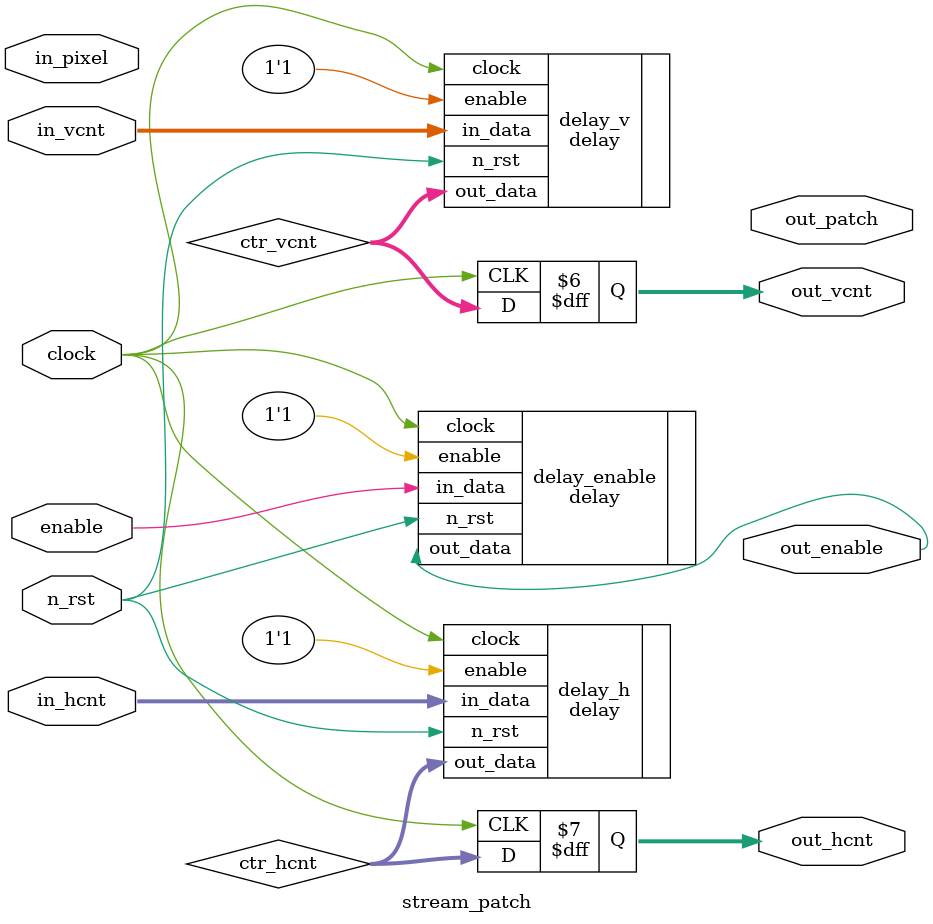
<source format=v>
`default_nettype none
`timescale 1ns/1ns

module stream_patch
#( parameter integer BIT_WIDTH    = -1, // image bit width
    parameter integer IMAGE_HEIGHT = -1, // | image size
    parameter integer IMAGE_WIDTH  = -1, // |
    parameter integer FRAME_HEIGHT = -1, //   | frame size (including sync)
    parameter integer FRAME_WIDTH  = -1, //   |
    parameter integer PATCH_HEIGHT = -1, // | patch size
    parameter integer PATCH_WIDTH  = -1, // |
    parameter integer CENTER_V     = PATCH_HEIGHT / 2, // | center position
    parameter integer CENTER_H     = PATCH_WIDTH  / 2, // |
    parameter integer PADDING      = 1,
    parameter integer LEVEL        = -1 ) // to apply padding or not
( clock,     n_rst,    enable,
    in_pixel,  in_vcnt,  in_hcnt,
out_patch, out_vcnt, out_hcnt, out_enable );

// local parameters --------------------------------------------------------
localparam integer V_BITW     = log2(480);
localparam integer H_BITW     = log2(640);
localparam integer PATCH_BITW = BIT_WIDTH * PATCH_WIDTH * PATCH_HEIGHT;

// inputs ------------------------------------------------------------------
input wire                  clock, n_rst, enable;
input wire [BIT_WIDTH-1:0]  in_pixel;
input wire [V_BITW-1:0]     in_vcnt;
input wire [H_BITW-1:0]     in_hcnt;

// outputs -----------------------------------------------------------------
output reg [0:PATCH_BITW-1] out_patch;
// example where the patch size is (3, 3) and the bit width is 8:
//
//   \ h  0 1 2 
//   v\  _______    ________a________ ____b____ ____c____ ____d____
//   0  | a b c |  |_7_6_5_4_3_2_1_0_|_7_..._0_|_7_..._0_|_7_..._0_|...
//   1  | d e f |    0 1    ...    7   8 ... 15 16 ... 23 24 ... 31 ...
//   2  |_g_h_i_|
//
// i.e. out_patch = {a[7:0], b[7:0], c[7:0], d[7:0], ..., i[7:0]}
output reg [V_BITW-1:0]     out_vcnt;
output reg [H_BITW-1:0]     out_hcnt;
output wire                 out_enable;
// if the center position is (2, 1) in the example above,
// these output coordinates correspond to the pixel <h>

// integer / genvar --------------------------------------------------------
genvar      v, h;

// patch extraction --------------------------------------------------------
reg [BIT_WIDTH-1:0]     patch[0:PATCH_HEIGHT-1][0:PATCH_WIDTH-1];
generate
//enable Buff
reg reg_enable;
always @(posedge clock) begin
    reg_enable <= enable;
end
// <delay> modules (FIFO)
for(v = 1; v < PATCH_HEIGHT; v = v + 1) begin: stp_delay_v
    wire [BIT_WIDTH-1:0] delay_out;
    delay
    #( .BIT_WIDTH(BIT_WIDTH), .LATENCY((FRAME_WIDTH/(1<<LEVEL)) - PATCH_WIDTH))
    dly_0
    (  .clock(clock),      .n_rst(n_rst),   .enable(enable),
    .in_data(patch[v][0]), .out_data(delay_out) );
end
// patch (shift registers)
for(v = 0; v < PATCH_HEIGHT; v = v + 1) begin: stp_patch_v
    for(h = 0; h < PATCH_WIDTH - 1; h = h + 1) begin: stp_patch_h
        always @(posedge clock) begin
            if(enable)begin
                patch[v][h] <= patch[v][h+1];
            end else begin
                patch[v][h] <= patch[v][h];
            end
        end
    end
    if(v == PATCH_HEIGHT - 1) begin
        always @(posedge clock) begin
            if(enable)begin
                patch[v][PATCH_WIDTH-1] <= in_pixel;
            end else begin
                patch[v][PATCH_WIDTH-1] <= patch[v][PATCH_WIDTH-1];
            end
        end
    end
    else begin
        always @(posedge clock)begin
            if(enable)begin
                patch[v][PATCH_WIDTH-1] <= stp_delay_v[v+1].delay_out;
            end else begin
                patch[v][PATCH_WIDTH-1] <= patch[v][PATCH_WIDTH-1];
            end
        end
    end
end     
endgenerate

// coordinates adjustment based on the given center position ---------------
wire [V_BITW-1:0]     ctr_vcnt;
wire [H_BITW-1:0]     ctr_hcnt;
//wire [V_BITW-1:0]     tmp_vcnt;
//wire [H_BITW-1:0]     tmp_hcnt;
//reg  [V_BITW-1:0]     tmp_vcnt_reg;
//reg  [H_BITW-1:0]     tmp_hcnt_reg;
//coord_adjuster
//#( .HEIGHT(FRAME_HEIGHT), .WIDTH(FRAME_WIDTH),
//   .LATENCY(( (PATCH_HEIGHT - 1 - CENTER_V) * FRAME_WIDTH + (PATCH_WIDTH - 1 - CENTER_H) + 1 ) * (1 << LEVEL)-1)
//)
//ca_0
//(  .clock(clock), .in_vcnt(in_vcnt), .in_hcnt(in_hcnt),
//   .out_vcnt(tmp_vcnt), .out_hcnt(tmp_hcnt)
//);
//assign ctr_hcnt = tmp_hcnt_reg;
//assign ctr_vcnt = tmp_vcnt_reg;
//always @(posedge clock)begin
//    tmp_hcnt_reg <= tmp_hcnt;
//    tmp_vcnt_reg <= tmp_vcnt;
//end
delay
#(
    .BIT_WIDTH(V_BITW),
    .LATENCY(( (PATCH_HEIGHT - 1 - CENTER_V) * FRAME_WIDTH + (PATCH_WIDTH - 1 - CENTER_H) + 1 ) * (1 << LEVEL))
)
delay_v
(
    .clock(clock), .n_rst(n_rst),
    .enable(1'b1), .in_data(in_vcnt), .out_data(ctr_vcnt)
);
delay
#(
    .BIT_WIDTH(H_BITW),
    .LATENCY(( (PATCH_HEIGHT - 1 - CENTER_V) * FRAME_WIDTH + (PATCH_WIDTH - 1 - CENTER_H) + 1 ) * (1 << LEVEL))
)
delay_h
(
    .clock(clock), .n_rst(n_rst),
    .enable(1'b1), .in_data(in_hcnt), .out_data(ctr_hcnt)
);
delay
#(
    .BIT_WIDTH(1),
    .LATENCY(( (PATCH_HEIGHT - 1 - CENTER_V) * FRAME_WIDTH + (PATCH_WIDTH - 1 - CENTER_H) + 1 ) * (1 << LEVEL))
)
delay_enable
(
    .clock(clock), .n_rst(n_rst),
    .enable(1'b1), .in_data(enable), .out_data(out_enable)
);

// padding and output ------------------------------------------------------
generate
for(v = 0; v < PATCH_HEIGHT; v = v + 1) begin: stp_pad_v
    for(h = 0; h < PATCH_WIDTH; h = h + 1) begin: stp_pad_h
        wire [log2(PATCH_HEIGHT)-1:0] tgt_v;
        wire [log2(PATCH_WIDTH)-1:0]  tgt_h;
        if(PADDING == 0) begin
            assign tgt_v = v;
            assign tgt_h = h;
        end
        else begin
            assign tgt_v = (v + ctr_vcnt < CENTER_V) ? CENTER_V - ctr_vcnt :
            (IMAGE_HEIGHT + CENTER_V <= v + ctr_vcnt) ?
            (CENTER_V + IMAGE_HEIGHT - 1) - ctr_vcnt : v;
            assign tgt_h = (h + ctr_hcnt < CENTER_H) ? CENTER_H - ctr_hcnt :
            (IMAGE_WIDTH + CENTER_H <= h + ctr_hcnt) ?
            (CENTER_H + IMAGE_WIDTH - 1) - ctr_hcnt : h;
        end
        always @(posedge clock)begin
            out_patch[(v * PATCH_WIDTH + h) * BIT_WIDTH +: BIT_WIDTH] <= ((ctr_vcnt < IMAGE_HEIGHT) && (ctr_hcnt < IMAGE_WIDTH)) ? patch[tgt_v][tgt_h] : 0;
        end
    end
end
always @(posedge clock)
    {out_vcnt, out_hcnt} <= {ctr_vcnt, ctr_hcnt};
endgenerate

// functions ---------------------------------------------------------------
function integer log2;
    input integer value;
    begin
        value = value - 1;
        for ( log2 = 0; value > 0; log2 = log2 + 1 )
            value = value >> 1;
    end
endfunction

endmodule
`default_nettype wire

</source>
